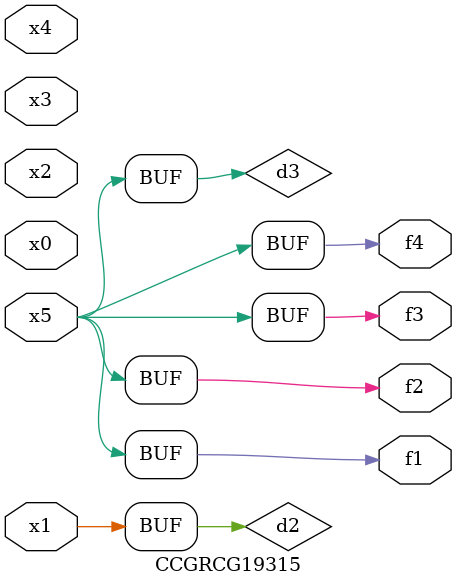
<source format=v>
module CCGRCG19315(
	input x0, x1, x2, x3, x4, x5,
	output f1, f2, f3, f4
);

	wire d1, d2, d3;

	not (d1, x5);
	or (d2, x1);
	xnor (d3, d1);
	assign f1 = d3;
	assign f2 = d3;
	assign f3 = d3;
	assign f4 = d3;
endmodule

</source>
